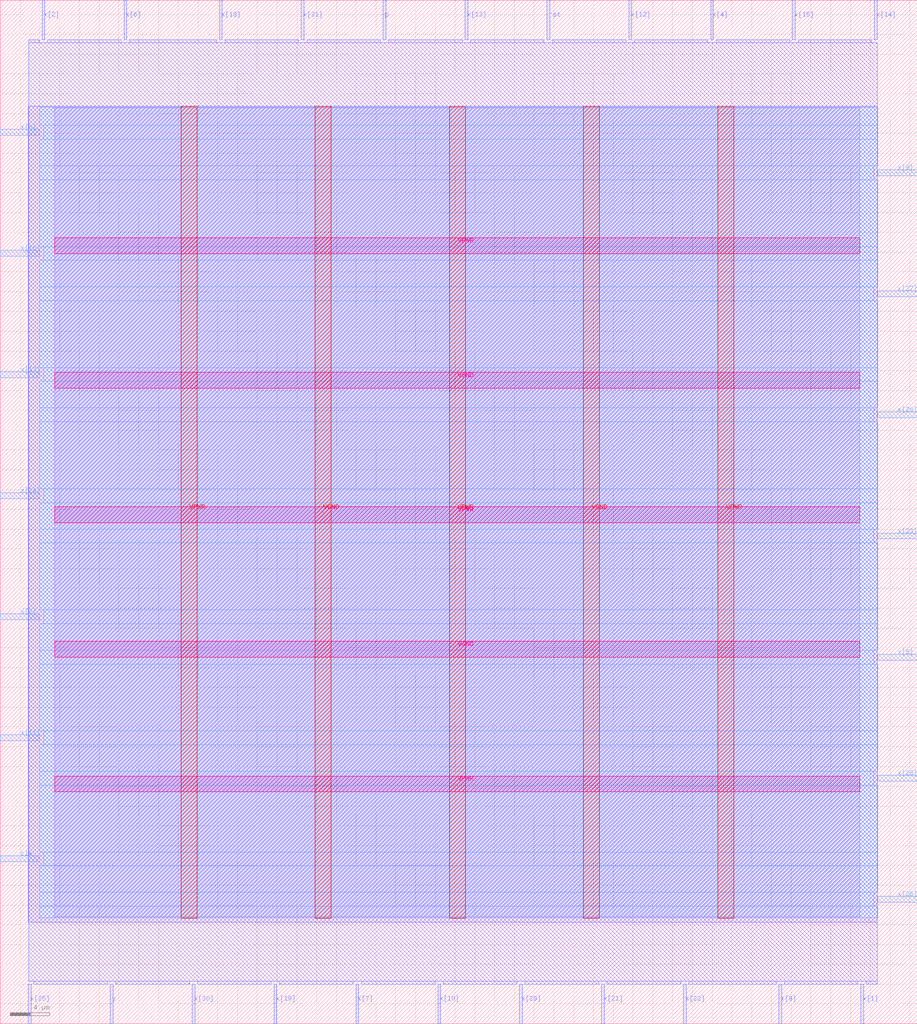
<source format=lef>
VERSION 5.7 ;
  NOWIREEXTENSIONATPIN ON ;
  DIVIDERCHAR "/" ;
  BUSBITCHARS "[]" ;
MACRO spm
  CLASS BLOCK ;
  FOREIGN spm ;
  ORIGIN 0.000 0.000 ;
  SIZE 92.740 BY 103.460 ;
  PIN clk
    DIRECTION INPUT ;
    USE SIGNAL ;
    PORT
      LAYER met3 ;
        RECT 0.000 16.360 4.000 16.960 ;
    END
  END clk
  PIN p
    DIRECTION OUTPUT TRISTATE ;
    USE SIGNAL ;
    PORT
      LAYER met2 ;
        RECT 38.730 99.460 39.010 103.460 ;
    END
  END p
  PIN rst
    DIRECTION INPUT ;
    USE SIGNAL ;
    PORT
      LAYER met2 ;
        RECT 55.290 99.460 55.570 103.460 ;
    END
  END rst
  PIN x[0]
    DIRECTION INPUT ;
    USE SIGNAL ;
    PORT
      LAYER met3 ;
        RECT 0.000 89.800 4.000 90.400 ;
    END
  END x[0]
  PIN x[10]
    DIRECTION INPUT ;
    USE SIGNAL ;
    PORT
      LAYER met2 ;
        RECT 44.250 0.000 44.530 4.000 ;
    END
  END x[10]
  PIN x[11]
    DIRECTION INPUT ;
    USE SIGNAL ;
    PORT
      LAYER met3 ;
        RECT 0.000 28.600 4.000 29.200 ;
    END
  END x[11]
  PIN x[12]
    DIRECTION INPUT ;
    USE SIGNAL ;
    PORT
      LAYER met2 ;
        RECT 63.570 99.460 63.850 103.460 ;
    END
  END x[12]
  PIN x[13]
    DIRECTION INPUT ;
    USE SIGNAL ;
    PORT
      LAYER met2 ;
        RECT 47.010 99.460 47.290 103.460 ;
    END
  END x[13]
  PIN x[14]
    DIRECTION INPUT ;
    USE SIGNAL ;
    PORT
      LAYER met2 ;
        RECT 88.410 99.460 88.690 103.460 ;
    END
  END x[14]
  PIN x[15]
    DIRECTION INPUT ;
    USE SIGNAL ;
    PORT
      LAYER met2 ;
        RECT 80.130 99.460 80.410 103.460 ;
    END
  END x[15]
  PIN x[16]
    DIRECTION INPUT ;
    USE SIGNAL ;
    PORT
      LAYER met3 ;
        RECT 0.000 77.560 4.000 78.160 ;
    END
  END x[16]
  PIN x[17]
    DIRECTION INPUT ;
    USE SIGNAL ;
    PORT
      LAYER met3 ;
        RECT 0.000 65.320 4.000 65.920 ;
    END
  END x[17]
  PIN x[18]
    DIRECTION INPUT ;
    USE SIGNAL ;
    PORT
      LAYER met2 ;
        RECT 22.170 99.460 22.450 103.460 ;
    END
  END x[18]
  PIN x[19]
    DIRECTION INPUT ;
    USE SIGNAL ;
    PORT
      LAYER met2 ;
        RECT 27.690 0.000 27.970 4.000 ;
    END
  END x[19]
  PIN x[1]
    DIRECTION INPUT ;
    USE SIGNAL ;
    PORT
      LAYER met2 ;
        RECT 87.030 0.000 87.310 4.000 ;
    END
  END x[1]
  PIN x[20]
    DIRECTION INPUT ;
    USE SIGNAL ;
    PORT
      LAYER met3 ;
        RECT 88.740 61.240 92.740 61.840 ;
    END
  END x[20]
  PIN x[21]
    DIRECTION INPUT ;
    USE SIGNAL ;
    PORT
      LAYER met2 ;
        RECT 60.810 0.000 61.090 4.000 ;
    END
  END x[21]
  PIN x[22]
    DIRECTION INPUT ;
    USE SIGNAL ;
    PORT
      LAYER met2 ;
        RECT 69.090 0.000 69.370 4.000 ;
    END
  END x[22]
  PIN x[23]
    DIRECTION INPUT ;
    USE SIGNAL ;
    PORT
      LAYER met3 ;
        RECT 88.740 49.000 92.740 49.600 ;
    END
  END x[23]
  PIN x[24]
    DIRECTION INPUT ;
    USE SIGNAL ;
    PORT
      LAYER met3 ;
        RECT 0.000 53.080 4.000 53.680 ;
    END
  END x[24]
  PIN x[25]
    DIRECTION INPUT ;
    USE SIGNAL ;
    PORT
      LAYER met2 ;
        RECT 2.850 0.000 3.130 4.000 ;
    END
  END x[25]
  PIN x[26]
    DIRECTION INPUT ;
    USE SIGNAL ;
    PORT
      LAYER met3 ;
        RECT 88.740 12.280 92.740 12.880 ;
    END
  END x[26]
  PIN x[27]
    DIRECTION INPUT ;
    USE SIGNAL ;
    PORT
      LAYER met3 ;
        RECT 88.740 73.480 92.740 74.080 ;
    END
  END x[27]
  PIN x[28]
    DIRECTION INPUT ;
    USE SIGNAL ;
    PORT
      LAYER met3 ;
        RECT 88.740 24.520 92.740 25.120 ;
    END
  END x[28]
  PIN x[29]
    DIRECTION INPUT ;
    USE SIGNAL ;
    PORT
      LAYER met2 ;
        RECT 52.530 0.000 52.810 4.000 ;
    END
  END x[29]
  PIN x[2]
    DIRECTION INPUT ;
    USE SIGNAL ;
    PORT
      LAYER met2 ;
        RECT 4.230 99.460 4.510 103.460 ;
    END
  END x[2]
  PIN x[30]
    DIRECTION INPUT ;
    USE SIGNAL ;
    PORT
      LAYER met2 ;
        RECT 19.410 0.000 19.690 4.000 ;
    END
  END x[30]
  PIN x[31]
    DIRECTION INPUT ;
    USE SIGNAL ;
    PORT
      LAYER met2 ;
        RECT 30.450 99.460 30.730 103.460 ;
    END
  END x[31]
  PIN x[3]
    DIRECTION INPUT ;
    USE SIGNAL ;
    PORT
      LAYER met3 ;
        RECT 0.000 40.840 4.000 41.440 ;
    END
  END x[3]
  PIN x[4]
    DIRECTION INPUT ;
    USE SIGNAL ;
    PORT
      LAYER met2 ;
        RECT 71.850 99.460 72.130 103.460 ;
    END
  END x[4]
  PIN x[5]
    DIRECTION INPUT ;
    USE SIGNAL ;
    PORT
      LAYER met3 ;
        RECT 88.740 36.760 92.740 37.360 ;
    END
  END x[5]
  PIN x[6]
    DIRECTION INPUT ;
    USE SIGNAL ;
    PORT
      LAYER met2 ;
        RECT 12.510 99.460 12.790 103.460 ;
    END
  END x[6]
  PIN x[7]
    DIRECTION INPUT ;
    USE SIGNAL ;
    PORT
      LAYER met2 ;
        RECT 35.970 0.000 36.250 4.000 ;
    END
  END x[7]
  PIN x[8]
    DIRECTION INPUT ;
    USE SIGNAL ;
    PORT
      LAYER met3 ;
        RECT 88.740 85.720 92.740 86.320 ;
    END
  END x[8]
  PIN x[9]
    DIRECTION INPUT ;
    USE SIGNAL ;
    PORT
      LAYER met2 ;
        RECT 78.750 0.000 79.030 4.000 ;
    END
  END x[9]
  PIN y
    DIRECTION INPUT ;
    USE SIGNAL ;
    PORT
      LAYER met2 ;
        RECT 11.130 0.000 11.410 4.000 ;
    END
  END y
  PIN VPWR
    DIRECTION INOUT ;
    USE POWER ;
    PORT
      LAYER met4 ;
        RECT 72.570 10.640 74.170 92.720 ;
    END
  END VPWR
  PIN VPWR
    DIRECTION INOUT ;
    USE POWER ;
    PORT
      LAYER met4 ;
        RECT 45.430 10.640 47.030 92.720 ;
    END
  END VPWR
  PIN VPWR
    DIRECTION INOUT ;
    USE POWER ;
    PORT
      LAYER met4 ;
        RECT 18.290 10.640 19.890 92.720 ;
    END
  END VPWR
  PIN VPWR
    DIRECTION INOUT ;
    USE POWER ;
    PORT
      LAYER met5 ;
        RECT 5.520 77.840 86.940 79.440 ;
    END
  END VPWR
  PIN VPWR
    DIRECTION INOUT ;
    USE POWER ;
    PORT
      LAYER met5 ;
        RECT 5.520 50.640 86.940 52.240 ;
    END
  END VPWR
  PIN VPWR
    DIRECTION INOUT ;
    USE POWER ;
    PORT
      LAYER met5 ;
        RECT 5.520 23.440 86.940 25.040 ;
    END
  END VPWR
  PIN VGND
    DIRECTION INOUT ;
    USE GROUND ;
    PORT
      LAYER met4 ;
        RECT 59.000 10.640 60.600 92.720 ;
    END
  END VGND
  PIN VGND
    DIRECTION INOUT ;
    USE GROUND ;
    PORT
      LAYER met4 ;
        RECT 31.860 10.640 33.460 92.720 ;
    END
  END VGND
  PIN VGND
    DIRECTION INOUT ;
    USE GROUND ;
    PORT
      LAYER met5 ;
        RECT 5.520 64.240 86.940 65.840 ;
    END
  END VGND
  PIN VGND
    DIRECTION INOUT ;
    USE GROUND ;
    PORT
      LAYER met5 ;
        RECT 5.520 37.040 86.940 38.640 ;
    END
  END VGND
  OBS
      LAYER li1 ;
        RECT 5.520 10.795 86.940 92.565 ;
      LAYER met1 ;
        RECT 2.830 10.240 88.710 92.720 ;
      LAYER met2 ;
        RECT 2.860 99.180 3.950 99.460 ;
        RECT 4.790 99.180 12.230 99.460 ;
        RECT 13.070 99.180 21.890 99.460 ;
        RECT 22.730 99.180 30.170 99.460 ;
        RECT 31.010 99.180 38.450 99.460 ;
        RECT 39.290 99.180 46.730 99.460 ;
        RECT 47.570 99.180 55.010 99.460 ;
        RECT 55.850 99.180 63.290 99.460 ;
        RECT 64.130 99.180 71.570 99.460 ;
        RECT 72.410 99.180 79.850 99.460 ;
        RECT 80.690 99.180 88.130 99.460 ;
        RECT 2.860 4.280 88.680 99.180 ;
        RECT 3.410 4.000 10.850 4.280 ;
        RECT 11.690 4.000 19.130 4.280 ;
        RECT 19.970 4.000 27.410 4.280 ;
        RECT 28.250 4.000 35.690 4.280 ;
        RECT 36.530 4.000 43.970 4.280 ;
        RECT 44.810 4.000 52.250 4.280 ;
        RECT 53.090 4.000 60.530 4.280 ;
        RECT 61.370 4.000 68.810 4.280 ;
        RECT 69.650 4.000 78.470 4.280 ;
        RECT 79.310 4.000 86.750 4.280 ;
        RECT 87.590 4.000 88.680 4.280 ;
      LAYER met3 ;
        RECT 4.000 90.800 88.740 92.645 ;
        RECT 4.400 89.400 88.740 90.800 ;
        RECT 4.000 86.720 88.740 89.400 ;
        RECT 4.000 85.320 88.340 86.720 ;
        RECT 4.000 78.560 88.740 85.320 ;
        RECT 4.400 77.160 88.740 78.560 ;
        RECT 4.000 74.480 88.740 77.160 ;
        RECT 4.000 73.080 88.340 74.480 ;
        RECT 4.000 66.320 88.740 73.080 ;
        RECT 4.400 64.920 88.740 66.320 ;
        RECT 4.000 62.240 88.740 64.920 ;
        RECT 4.000 60.840 88.340 62.240 ;
        RECT 4.000 54.080 88.740 60.840 ;
        RECT 4.400 52.680 88.740 54.080 ;
        RECT 4.000 50.000 88.740 52.680 ;
        RECT 4.000 48.600 88.340 50.000 ;
        RECT 4.000 41.840 88.740 48.600 ;
        RECT 4.400 40.440 88.740 41.840 ;
        RECT 4.000 37.760 88.740 40.440 ;
        RECT 4.000 36.360 88.340 37.760 ;
        RECT 4.000 29.600 88.740 36.360 ;
        RECT 4.400 28.200 88.740 29.600 ;
        RECT 4.000 25.520 88.740 28.200 ;
        RECT 4.000 24.120 88.340 25.520 ;
        RECT 4.000 17.360 88.740 24.120 ;
        RECT 4.400 15.960 88.740 17.360 ;
        RECT 4.000 13.280 88.740 15.960 ;
        RECT 4.000 11.880 88.340 13.280 ;
        RECT 4.000 10.715 88.740 11.880 ;
  END
END spm
END LIBRARY


</source>
